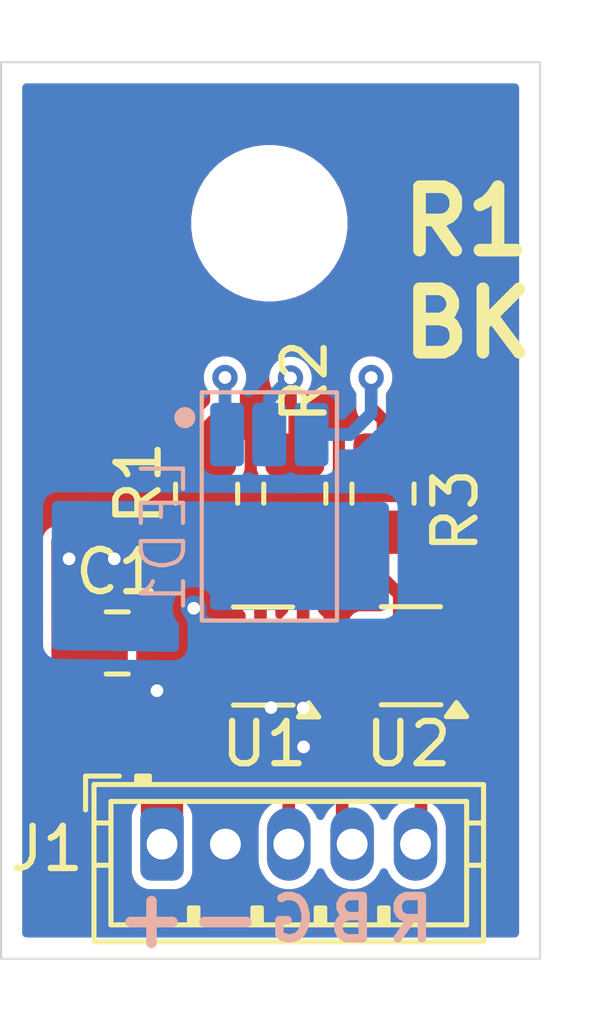
<source format=kicad_pcb>
(kicad_pcb (version 20241229) (generator "pcbnew") (generator_version "9.0")
  (title_block (title "RGB LED") (date "2025-07-24") (rev "1"))
  (layers (0 "F.Cu" signal) (2 "B.Cu" signal) (13 "F.Paste" user) (15 "B.Paste" user) (5 "F.SilkS" user "F.Silkscreen") (7 "B.SilkS" user "B.Silkscreen") (1 "F.Mask" user) (3 "B.Mask" user) (25 "Edge.Cuts" user))
  (net 0 "")
  (net 1 "Net-(R1-Pad2)")
  (net 2 "Net-(LED1-RK)")
  (net 3 "Net-(LED1-GK)")
  (net 4 "Net-(R2-Pad2)")
  (net 5 "Net-(R3-Pad2)")
  (net 6 "Net-(LED1-BK)")
  (net 7 "/BLUE")
  (net 8 "GND")
  (net 9 "/GREEN")
  (net 12 "/RED")
  (net 14 "/+PWR")
  (footprint "Resistor_SMD:R_0805_2012Metric" (layer "F.Cu") (at 131.185 84.8975 -90)
    (property "Reference" "R1" (at -0.2475 1.615 90) (layer "F.SilkS"))
    (property "Value" "180R")
    (fp_line (start -0.227064 0.735) (end 0.227064 0.735) (stroke (width 0.12)) (layer "F.SilkS"))
    (fp_line (start -0.227064 -0.735) (end 0.227064 -0.735) (stroke (width 0.12)) (layer "F.SilkS"))
    (pad "1" smd roundrect (at -0.9125 0 270) (size 1.025 1.4) (layers "F.Cu" "F.Mask" "F.Paste") (roundrect_rratio 0.243902) (net 2 "Net-(LED1-RK)"))
    (pad "2" smd roundrect (at 0.9125 0 270) (size 1.025 1.4) (layers "F.Cu" "F.Mask" "F.Paste") (roundrect_rratio 0.243902) (net 1 "Net-(R1-Pad2)"))
  )
  (footprint "Resistor_SMD:R_0805_2012Metric" (layer "F.Cu") (at 133.2725 84.8975 -90)
    (property "Reference" "R2" (at -2.6575 -0.2275 90) (layer "F.SilkS"))
    (property "Value" "240R")
    (fp_line (start -0.227064 0.735) (end 0.227064 0.735) (stroke (width 0.12)) (layer "F.SilkS"))
    (fp_line (start -0.227064 -0.735) (end 0.227064 -0.735) (stroke (width 0.12)) (layer "F.SilkS"))
    (pad "1" smd roundrect (at -0.9125 0 270) (size 1.025 1.4) (layers "F.Cu" "F.Mask" "F.Paste") (roundrect_rratio 0.243902) (net 3 "Net-(LED1-GK)"))
    (pad "2" smd roundrect (at 0.9125 0 270) (size 1.025 1.4) (layers "F.Cu" "F.Mask" "F.Paste") (roundrect_rratio 0.243902) (net 4 "Net-(R2-Pad2)"))
  )
  (footprint "Capacitor_SMD:C_0805_2012Metric" (layer "F.Cu") (at 129.07 88.43)
    (property "Reference" "C1" (at 0 -1.68 0) (layer "F.SilkS"))
    (property "Value" "10uF")
    (fp_line (start -0.261252 -0.735) (end 0.261252 -0.735) (stroke (width 0.12)) (layer "F.SilkS"))
    (fp_line (start -0.261252 0.735) (end 0.261252 0.735) (stroke (width 0.12)) (layer "F.SilkS"))
    (pad "1" smd roundrect (at -0.95 0) (size 1 1.45) (layers "F.Cu" "F.Mask" "F.Paste") (net 14 "/+PWR"))
    (pad "2" smd roundrect (at 0.95 0) (size 1 1.45) (layers "F.Cu" "F.Mask" "F.Paste") (net 8 "GND"))
  )
  (footprint "Connector_JST:JST_ZH_B5B-ZR_1x05_P1.50mm_Vertical" (layer "F.Cu") (at 130.13 93.19)
    (property "Reference" "J1" (at -2.73 0.11 0) (layer "F.SilkS"))
    (property "Value" "Conn_01x05")
    (fp_line (start -1.81 -1.61) (end -1.81 -0.81) (stroke (width 0.12)) (layer "F.SilkS"))
    (fp_line (start -1.61 -1.41) (end -1.61 2.31) (stroke (width 0.12)) (layer "F.SilkS"))
    (fp_line (start -1.61 -0.5) (end -1.21 -0.5) (stroke (width 0.12)) (layer "F.SilkS"))
    (fp_line (start -1.61 0.5) (end -1.21 0.5) (stroke (width 0.12)) (layer "F.SilkS"))
    (fp_line (start -1.61 2.31) (end 7.61 2.31) (stroke (width 0.12)) (layer "F.SilkS"))
    (fp_line (start -1.21 -1.01) (end -1.21 1.91) (stroke (width 0.12)) (layer "F.SilkS"))
    (fp_line (start -1.21 1.91) (end 7.21 1.91) (stroke (width 0.12)) (layer "F.SilkS"))
    (fp_line (start -1.01 -1.61) (end -1.81 -1.61) (stroke (width 0.12)) (layer "F.SilkS"))
    (fp_line (start -0.6 -1.61) (end -0.6 -1.41) (stroke (width 0.12)) (layer "F.SilkS"))
    (fp_line (start -0.3 -1.61) (end -0.6 -1.61) (stroke (width 0.12)) (layer "F.SilkS"))
    (fp_line (start -0.3 -1.51) (end -0.6 -1.51) (stroke (width 0.12)) (layer "F.SilkS"))
    (fp_line (start -0.3 -1.41) (end -0.3 -1.61) (stroke (width 0.12)) (layer "F.SilkS"))
    (fp_line (start 0.65 1.51) (end 0.85 1.51) (stroke (width 0.12)) (layer "F.SilkS"))
    (fp_line (start 0.65 1.91) (end 0.65 1.51) (stroke (width 0.12)) (layer "F.SilkS"))
    (fp_line (start 0.75 1.91) (end 0.75 1.51) (stroke (width 0.12)) (layer "F.SilkS"))
    (fp_line (start 0.85 1.51) (end 0.85 1.91) (stroke (width 0.12)) (layer "F.SilkS"))
    (fp_line (start 2.15 1.51) (end 2.35 1.51) (stroke (width 0.12)) (layer "F.SilkS"))
    (fp_line (start 2.15 1.91) (end 2.15 1.51) (stroke (width 0.12)) (layer "F.SilkS"))
    (fp_line (start 2.25 1.91) (end 2.25 1.51) (stroke (width 0.12)) (layer "F.SilkS"))
    (fp_line (start 2.35 1.51) (end 2.35 1.91) (stroke (width 0.12)) (layer "F.SilkS"))
    (fp_line (start 3.65 1.51) (end 3.85 1.51) (stroke (width 0.12)) (layer "F.SilkS"))
    (fp_line (start 3.65 1.91) (end 3.65 1.51) (stroke (width 0.12)) (layer "F.SilkS"))
    (fp_line (start 3.75 1.91) (end 3.75 1.51) (stroke (width 0.12)) (layer "F.SilkS"))
    (fp_line (start 3.85 1.51) (end 3.85 1.91) (stroke (width 0.12)) (layer "F.SilkS"))
    (fp_line (start 5.15 1.51) (end 5.35 1.51) (stroke (width 0.12)) (layer "F.SilkS"))
    (fp_line (start 5.15 1.91) (end 5.15 1.51) (stroke (width 0.12)) (layer "F.SilkS"))
    (fp_line (start 5.25 1.91) (end 5.25 1.51) (stroke (width 0.12)) (layer "F.SilkS"))
    (fp_line (start 5.35 1.51) (end 5.35 1.91) (stroke (width 0.12)) (layer "F.SilkS"))
    (fp_line (start 7.21 -1.01) (end -1.21 -1.01) (stroke (width 0.12)) (layer "F.SilkS"))
    (fp_line (start 7.21 1.91) (end 7.21 -1.01) (stroke (width 0.12)) (layer "F.SilkS"))
    (fp_line (start 7.61 -1.41) (end -1.61 -1.41) (stroke (width 0.12)) (layer "F.SilkS"))
    (fp_line (start 7.61 -0.5) (end 7.21 -0.5) (stroke (width 0.12)) (layer "F.SilkS"))
    (fp_line (start 7.61 0.5) (end 7.21 0.5) (stroke (width 0.12)) (layer "F.SilkS"))
    (fp_line (start 7.61 2.31) (end 7.61 -1.41) (stroke (width 0.12)) (layer "F.SilkS"))
    (pad "1" thru_hole roundrect (at 0 0) (size 1.03 1.73) (drill 0.73) (layers "*.Cu" "*.Mask") (roundrect_rratio 0.242718) (net 14 "/+PWR"))
    (pad "2" thru_hole oval (at 1.5 0) (size 1.03 1.73) (drill 0.73) (layers "*.Cu" "*.Mask") (net 8 "GND"))
    (pad "3" thru_hole oval (at 3 0) (size 1.03 1.73) (drill 0.73) (layers "*.Cu" "*.Mask") (net 9 "/GREEN"))
    (pad "4" thru_hole oval (at 4.5 0) (size 1.03 1.73) (drill 0.73) (layers "*.Cu" "*.Mask") (net 7 "/BLUE"))
    (pad "5" thru_hole oval (at 6 0) (size 1.03 1.73) (drill 0.73) (layers "*.Cu" "*.Mask") (net 12 "/RED"))
  )
  (footprint "Resistor_SMD:R_0805_2012Metric" (layer "F.Cu") (at 135.36 84.8975 -90)
    (property "Reference" "R3" (at 0.4025 -1.71 90) (layer "F.SilkS"))
    (property "Value" "180R")
    (fp_line (start -0.227064 0.735) (end 0.227064 0.735) (stroke (width 0.12)) (layer "F.SilkS"))
    (fp_line (start -0.227064 -0.735) (end 0.227064 -0.735) (stroke (width 0.12)) (layer "F.SilkS"))
    (pad "1" smd roundrect (at -0.9125 0 270) (size 1.025 1.4) (layers "F.Cu" "F.Mask" "F.Paste") (roundrect_rratio 0.243902) (net 6 "Net-(LED1-BK)"))
    (pad "2" smd roundrect (at 0.9125 0 270) (size 1.025 1.4) (layers "F.Cu" "F.Mask" "F.Paste") (roundrect_rratio 0.243902) (net 5 "Net-(R3-Pad2)"))
  )
  (footprint "MountingHole:MountingHole_3.2mm_M3" (layer "F.Cu") (at 132.67 78.5)
    (property "Reference" "H1" (hide yes))
    (property "Value" "MountingHole")
    (pad "" np_thru_hole circle (at 0 0) (size 3.2 3.2) (drill 3.2) (layers "*.Cu" "*.Mask"))
  )
  (footprint "Package_TO_SOT_SMD:SOT-363_SC-70-6" (layer "F.Cu") (at 136.02 88.7325 180)
    (property "Reference" "U2" (at 0.06 -2.0875 0) (layer "F.SilkS"))
    (property "Value" "PUMH10,115")
    (fp_line (start -0.7 1.16) (end 0.7 1.16) (stroke (width 0.12)) (layer "F.SilkS"))
    (fp_line (start -0.71 -1.16) (end 0.7 -1.16) (stroke (width 0.12)) (layer "F.SilkS"))
    (fp_poly (pts (xy -1.08 -1.11) (xy -1.32 -1.44) (xy -0.84 -1.44) (xy -1.08 -1.11)) (stroke (width 0.12)) (fill yes) (layer "F.SilkS"))
    (pad "1" smd roundrect (at -0.95 -0.65 180) (size 0.65 0.4) (layers "F.Cu" "F.Mask" "F.Paste") (net 8 "GND"))
    (pad "2" smd roundrect (at -0.95 0 180) (size 0.65 0.4) (layers "F.Cu" "F.Mask" "F.Paste") (net 12 "/RED"))
    (pad "3" smd roundrect (at -0.95 0.65 180) (size 0.65 0.4) (layers "F.Cu" "F.Mask" "F.Paste"))
    (pad "4" smd roundrect (at 0.95 0.65 180) (size 0.65 0.4) (layers "F.Cu" "F.Mask" "F.Paste"))
    (pad "5" smd roundrect (at 0.95 0 180) (size 0.65 0.4) (layers "F.Cu" "F.Mask" "F.Paste"))
    (pad "6" smd roundrect (at 0.95 -0.65 180) (size 0.65 0.4) (layers "F.Cu" "F.Mask" "F.Paste") (net 5 "Net-(R3-Pad2)"))
  )
  (footprint "Package_TO_SOT_SMD:SOT-363_SC-70-6" (layer "F.Cu") (at 132.52 88.74 180)
    (property "Reference" "U1" (at -0.03 -2.08 0) (layer "F.SilkS"))
    (property "Value" "PUMH10,115")
    (fp_line (start -0.7 1.16) (end 0.7 1.16) (stroke (width 0.12)) (layer "F.SilkS"))
    (fp_line (start -0.71 -1.16) (end 0.7 -1.16) (stroke (width 0.12)) (layer "F.SilkS"))
    (fp_poly (pts (xy -1.08 -1.11) (xy -1.32 -1.44) (xy -0.84 -1.44) (xy -1.08 -1.11)) (stroke (width 0.12)) (fill yes) (layer "F.SilkS"))
    (pad "1" smd roundrect (at -0.95 -0.65 180) (size 0.65 0.4) (layers "F.Cu" "F.Mask" "F.Paste") (net 8 "GND"))
    (pad "2" smd roundrect (at -0.95 0 180) (size 0.65 0.4) (layers "F.Cu" "F.Mask" "F.Paste") (net 7 "/BLUE"))
    (pad "3" smd roundrect (at -0.95 0.65 180) (size 0.65 0.4) (layers "F.Cu" "F.Mask" "F.Paste") (net 4 "Net-(R2-Pad2)"))
    (pad "4" smd roundrect (at 0.95 0.65 180) (size 0.65 0.4) (layers "F.Cu" "F.Mask" "F.Paste") (net 8 "GND"))
    (pad "5" smd roundrect (at 0.95 0 180) (size 0.65 0.4) (layers "F.Cu" "F.Mask" "F.Paste") (net 9 "/GREEN"))
    (pad "6" smd roundrect (at 0.95 -0.65 180) (size 0.65 0.4) (layers "F.Cu" "F.Mask" "F.Paste") (net 1 "Net-(R1-Pad2)"))
  )
  (footprint "My_Footprints:CLX6F-FKC-CKNNQDGBB7A363" (layer "B.Cu") (at 132.67 85.2 -90)
    (property "Reference" "LED1" (at 0.7 2.5 90) (layer "B.SilkS") (effects (font (thickness 0.1)) (justify mirror)))
    (property "Value" "CLX6F-FKC-CKNNQDGBB7A363")
    (fp_rect (start -2.7 1.6) (end 2.7 -1.6) (stroke (width 0.1)) (fill no) (layer "B.SilkS"))
    (fp_circle (center -2.1 2) (end -2.1 1.8) (stroke (width 0.1)) (fill yes) (layer "B.SilkS"))
    (pad "1" smd roundrect (at -1.7 1 270) (size 1.5 0.8) (layers "B.Cu" "B.Mask" "B.Paste") (roundrect_rratio 0.15) (net 2 "Net-(LED1-RK)"))
    (pad "2" smd roundrect (at -1.7 0 270) (size 1.5 0.8) (layers "B.Cu" "B.Mask" "B.Paste") (roundrect_rratio 0.15) (net 3 "Net-(LED1-GK)"))
    (pad "3" smd roundrect (at -1.7 -1 270) (size 1.5 0.8) (layers "B.Cu" "B.Mask" "B.Paste") (roundrect_rratio 0.15) (net 6 "Net-(LED1-BK)"))
    (pad "4" smd roundrect (at 1.7 -1 270) (size 1.5 0.8) (layers "B.Cu" "B.Mask" "B.Paste") (roundrect_rratio 0.15) (net 14 "/+PWR"))
    (pad "5" smd roundrect (at 1.7 0 270) (size 1.5 0.8) (layers "B.Cu" "B.Mask" "B.Paste") (roundrect_rratio 0.15) (net 14 "/+PWR"))
    (pad "6" smd roundrect (at 1.7 1 270) (size 1.5 0.8) (layers "B.Cu" "B.Mask" "B.Paste") (roundrect_rratio 0.15) (net 14 "/+PWR"))
  )
  (gr_rect (start 126.32 74.69) (end 139.08 95.9) (stroke (width 0.05)) (fill no) (layer "Edge.Cuts"))
  (gr_text "R1\nBK" (at 135.67 81.75 0) (layer "F.SilkS") (effects (font (size 1.5 1.5) (thickness 0.3) (bold yes)) (justify left bottom)))
  (gr_text "+" (at 130.85 95.7 0) (layer "B.SilkS") (effects (font (size 1.3 1.3) (thickness 0.25) (bold yes)) (justify left bottom mirror)))
  (gr_text "R" (at 136.65 95.55 0) (layer "B.SilkS") (effects (font (size 1 1) (thickness 0.2) (bold yes)) (justify left bottom mirror)))
  (gr_text "G" (at 133.85 95.55 0) (layer "B.SilkS") (effects (font (size 1 1) (thickness 0.2) (bold yes)) (justify left bottom mirror)))
  (gr_text "B" (at 135.25 95.55 0) (layer "B.SilkS") (effects (font (size 1 1) (thickness 0.2) (bold yes)) (justify left bottom mirror)))
  (gr_text "-" (at 132.6 95.7 0) (layer "B.SilkS") (effects (font (size 1.3 1.3) (thickness 0.25) (bold yes)) (justify left bottom mirror)))
  (segment (start 131.57 89.39) (end 131.885582 89.39) (width 0.3) (layer "F.Cu") (net 1))
  (segment (start 132.46 87.58) (end 131.185 86.305) (width 0.3) (layer "F.Cu") (net 1))
  (segment (start 131.185 86.305) (end 131.185 85.81) (width 0.3) (layer "F.Cu") (net 1))
  (segment (start 132.46 88.815582) (end 132.46 87.58) (width 0.3) (layer "F.Cu") (net 1))
  (segment (start 131.885582 89.39) (end 132.46 88.815582) (width 0.3) (layer "F.Cu") (net 1))
  (segment (start 131.62 82.15) (end 131.62 82.9) (width 0.3) (layer "F.Cu") (net 2))
  (segment (start 131.185 83.335) (end 131.185 83.985) (width 0.3) (layer "F.Cu") (net 2))
  (segment (start 131.62 82.9) (end 131.185 83.335) (width 0.3) (layer "F.Cu") (net 2))
  (via (at 131.62 82.15) (size 0.6) (drill 0.3) (layers "F.Cu" "B.Cu") (net 2))
  (segment (start 131.62 82.15) (end 131.62 83.45) (width 0.3) (layer "B.Cu") (net 2))
  (segment (start 131.62 83.45) (end 131.67 83.5) (width 0.3) (layer "B.Cu") (net 2))
  (segment (start 133.2725 82.9225) (end 133.22 82.87) (width 0.3) (layer "F.Cu") (net 3))
  (segment (start 133.17 82.16) (end 133.17 82.86) (width 0.3) (layer "F.Cu") (net 3))
  (segment (start 133.17 82.86) (end 133.2725 82.9625) (width 0.3) (layer "F.Cu") (net 3))
  (segment (start 133.2725 82.9625) (end 133.2725 83.985) (width 0.3) (layer "F.Cu") (net 3))
  (via (at 133.17 82.16) (size 0.6) (drill 0.3) (layers "F.Cu" "B.Cu") (net 3))
  (segment (start 132.67 83.5) (end 132.67 82.66) (width 0.3) (layer "B.Cu") (net 3))
  (segment (start 132.67 82.66) (end 133.17 82.16) (width 0.3) (layer "B.Cu") (net 3))
  (segment (start 133.2725 86.7875) (end 133.2725 85.81) (width 0.3) (layer "F.Cu") (net 4))
  (segment (start 133.47 86.985) (end 133.2725 86.7875) (width 0.3) (layer "F.Cu") (net 4))
  (segment (start 133.47 88.09) (end 133.47 86.985) (width 0.3) (layer "F.Cu") (net 4))
  (segment (start 135.385582 89.3825) (end 135.746 89.022082) (width 0.3) (layer "F.Cu") (net 5))
  (segment (start 135.746 87.286) (end 135.36 86.9) (width 0.3) (layer "F.Cu") (net 5))
  (segment (start 135.07 89.3825) (end 135.385582 89.3825) (width 0.3) (layer "F.Cu") (net 5))
  (segment (start 135.36 86.9) (end 135.36 85.81) (width 0.3) (layer "F.Cu") (net 5))
  (segment (start 135.746 89.022082) (end 135.746 87.286) (width 0.3) (layer "F.Cu") (net 5))
  (segment (start 135.08 82.87) (end 135.36 83.15) (width 0.3) (layer "F.Cu") (net 6))
  (segment (start 135.36 83.15) (end 135.36 83.985) (width 0.3) (layer "F.Cu") (net 6))
  (segment (start 135.08 82.15) (end 135.08 82.87) (width 0.3) (layer "F.Cu") (net 6))
  (via (at 135.08 82.15) (size 0.6) (drill 0.3) (layers "F.Cu" "B.Cu") (net 6))
  (segment (start 135.08 82.15) (end 135.08 83) (width 0.3) (layer "B.Cu") (net 6))
  (segment (start 134.57 83.5) (end 134.58 83.5) (width 0.3) (layer "B.Cu") (net 6))
  (segment (start 133.67 83.5) (end 134.57 83.5) (width 0.3) (layer "B.Cu") (net 6))
  (segment (start 134.58 83.5) (end 135.08 83) (width 0.3) (layer "B.Cu") (net 6))
  (segment (start 133.785582 88.74) (end 134.394 89.348418) (width 0.3) (layer "F.Cu") (net 7))
  (segment (start 134.394 92.954) (end 134.63 93.19) (width 0.3) (layer "F.Cu") (net 7))
  (segment (start 134.394 89.348418) (end 134.394 92.954) (width 0.3) (layer "F.Cu") (net 7))
  (segment (start 133.47 88.74) (end 133.785582 88.74) (width 0.3) (layer "F.Cu") (net 7))
  (via (at 133.48 90.89) (size 0.6) (drill 0.3) (layers "F.Cu" "B.Cu") (net 8))
  (via (at 130.01 89.56) (size 0.6) (drill 0.3) (layers "F.Cu" "B.Cu") (net 8))
  (via (at 132.71 89.96) (size 0.6) (drill 0.3) (layers "F.Cu" "B.Cu") (net 8))
  (via (at 133.47 89.97) (size 0.6) (drill 0.3) (layers "F.Cu" "B.Cu") (net 8))
  (via (at 130.88 87.61) (size 0.6) (drill 0.3) (layers "F.Cu" "B.Cu") (net 8))
  (segment (start 133.13 92.06) (end 130.894 89.824) (width 0.3) (layer "F.Cu") (net 9))
  (segment (start 133.13 93.19) (end 133.13 92.06) (width 0.3) (layer "F.Cu") (net 9))
  (segment (start 130.894 89.824) (end 130.894 89.091001) (width 0.3) (layer "F.Cu") (net 9))
  (segment (start 130.894 89.091001) (end 131.245001 88.74) (width 0.3) (layer "F.Cu") (net 9))
  (segment (start 131.245001 88.74) (end 131.57 88.74) (width 0.3) (layer "F.Cu") (net 9))
  (segment (start 136.26 89.126918) (end 136.26 93.06) (width 0.3) (layer "F.Cu") (net 12))
  (segment (start 136.26 93.06) (end 136.13 93.19) (width 0.3) (layer "F.Cu") (net 12))
  (segment (start 136.654418 88.7325) (end 136.26 89.126918) (width 0.3) (layer "F.Cu") (net 12))
  (segment (start 136.97 88.7325) (end 136.654418 88.7325) (width 0.3) (layer "F.Cu") (net 12))
  (segment (start 130.13 93.19) (end 130.13 91.96) (width 1) (layer "F.Cu") (net 14))
  (segment (start 130.13 91.96) (end 128.12 89.95) (width 1) (layer "F.Cu") (net 14))
  (segment (start 128.12 89.95) (end 128.12 88.43) (width 1) (layer "F.Cu") (net 14))
  (via (at 129 86.44) (size 0.6) (drill 0.3) (layers "F.Cu" "B.Cu") (net 14))
  (via (at 127.93 86.44) (size 0.6) (drill 0.3) (layers "F.Cu" "B.Cu") (net 14))
  (zone (net 14) (net_name "/+PWR") (layer "F.Cu") (priority 2) (connect_pads yes (clearance 0.2)) (min_thickness 0.25) (fill yes (thermal_gap 0.5) (thermal_bridge_width 0.5))
    (polygon (pts (xy 127.511755 89.144263) (xy 127.508499 85.870927) (xy 129.43 85.89) (xy 129.422396 89.146355)))
  )
  (zone (net 8) (net_name "GND") (layers "F.Cu" "B.Cu") (priority 1) (connect_pads yes (clearance 0.2)) (min_thickness 0.2) (fill yes (thermal_gap 0.5) (thermal_bridge_width 0.5))
    (polygon (pts (xy 126.4 74.85) (xy 139.03784 74.85) (xy 139.047719 95.822799) (xy 126.4 95.790951)))
  )
  (zone (net 14) (net_name "/+PWR") (layer "B.Cu") (priority 2) (connect_pads yes (clearance 0.2)) (min_thickness 0.25) (fill yes (thermal_gap 0.5) (thermal_bridge_width 0.5))
    (polygon (pts (xy 131.6 87.65) (xy 130.53 87.65) (xy 130.53 88.64) (xy 127.52 88.6) (xy 127.519174 85.07) (xy 135.5 85.1) (xy 135.5 87.65)))
  )
)
</source>
